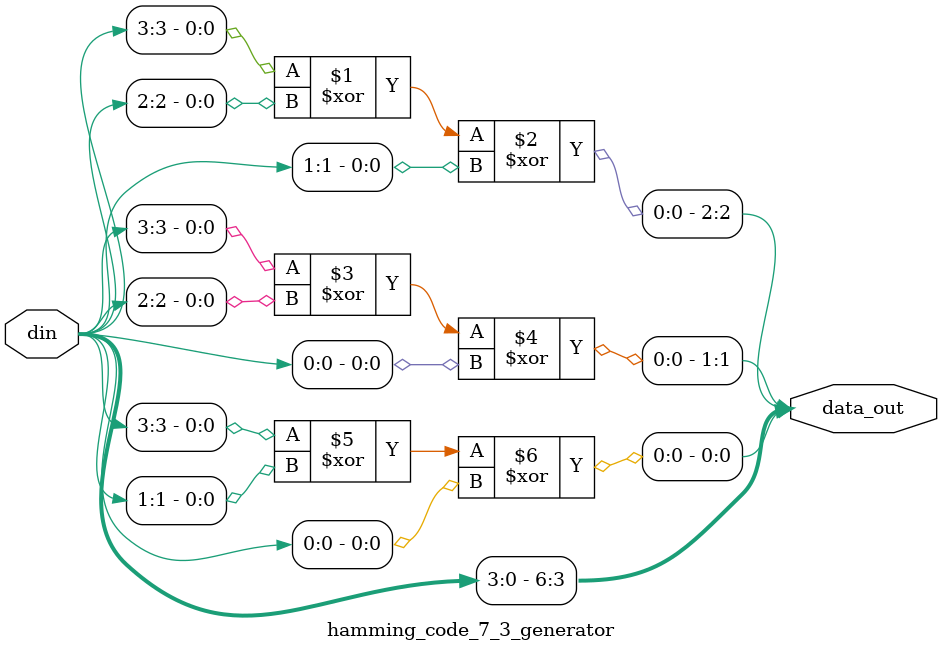
<source format=v>
`timescale 1ns / 1ps
module hamming_code_7_3_generator(
	input [3:0] din,
	output [6:0] data_out	
    );

assign data_out[6]=din[3];
assign data_out[5]=din[2];
assign data_out[4]=din[1];
assign data_out[3]=din[0];
assign data_out[2]=din[3]^din[2]^din[1];
assign data_out[1]=din[3]^din[2]^din[0];
assign data_out[0]=din[3]^din[1]^din[0];

endmodule


</source>
